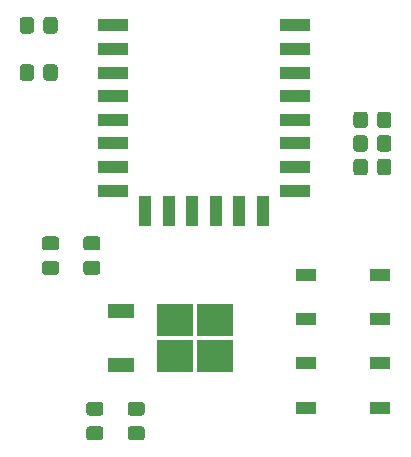
<source format=gtp>
G04 #@! TF.GenerationSoftware,KiCad,Pcbnew,(6.0.5-0)*
G04 #@! TF.CreationDate,2022-06-12T23:19:16+02:00*
G04 #@! TF.ProjectId,ESP8266-Breakout,45535038-3236-4362-9d42-7265616b6f75,1.1*
G04 #@! TF.SameCoordinates,PX2faf080PY2faf080*
G04 #@! TF.FileFunction,Paste,Top*
G04 #@! TF.FilePolarity,Positive*
%FSLAX46Y46*%
G04 Gerber Fmt 4.6, Leading zero omitted, Abs format (unit mm)*
G04 Created by KiCad (PCBNEW (6.0.5-0)) date 2022-06-12 23:19:16*
%MOMM*%
%LPD*%
G01*
G04 APERTURE LIST*
%ADD10R,3.050000X2.750000*%
%ADD11R,2.200000X1.200000*%
%ADD12R,1.700000X1.000000*%
%ADD13R,2.500000X1.100000*%
%ADD14R,1.100000X2.500000*%
G04 APERTURE END LIST*
D10*
G04 #@! TO.C,U1*
X22325000Y-33725000D03*
X22325000Y-36775000D03*
X25675000Y-33725000D03*
X25675000Y-36775000D03*
D11*
X17700000Y-32970000D03*
X17700000Y-37530000D03*
G04 #@! TD*
D12*
G04 #@! TO.C,SW2*
X33350000Y-37350000D03*
X39650000Y-37350000D03*
X39650000Y-41150000D03*
X33350000Y-41150000D03*
G04 #@! TD*
G04 #@! TO.C,SW1*
X33350000Y-29850000D03*
X39650000Y-29850000D03*
X39650000Y-33650000D03*
X33350000Y-33650000D03*
G04 #@! TD*
G04 #@! TO.C,R5*
G36*
G01*
X40600000Y-18300000D02*
X40600000Y-19200000D01*
G75*
G02*
X40350000Y-19450000I-250000J0D01*
G01*
X39650000Y-19450000D01*
G75*
G02*
X39400000Y-19200000I0J250000D01*
G01*
X39400000Y-18300000D01*
G75*
G02*
X39650000Y-18050000I250000J0D01*
G01*
X40350000Y-18050000D01*
G75*
G02*
X40600000Y-18300000I0J-250000D01*
G01*
G37*
G36*
G01*
X38600000Y-18300000D02*
X38600000Y-19200000D01*
G75*
G02*
X38350000Y-19450000I-250000J0D01*
G01*
X37650000Y-19450000D01*
G75*
G02*
X37400000Y-19200000I0J250000D01*
G01*
X37400000Y-18300000D01*
G75*
G02*
X37650000Y-18050000I250000J0D01*
G01*
X38350000Y-18050000D01*
G75*
G02*
X38600000Y-18300000I0J-250000D01*
G01*
G37*
G04 #@! TD*
G04 #@! TO.C,R4*
G36*
G01*
X37400000Y-21200000D02*
X37400000Y-20300000D01*
G75*
G02*
X37650000Y-20050000I250000J0D01*
G01*
X38350000Y-20050000D01*
G75*
G02*
X38600000Y-20300000I0J-250000D01*
G01*
X38600000Y-21200000D01*
G75*
G02*
X38350000Y-21450000I-250000J0D01*
G01*
X37650000Y-21450000D01*
G75*
G02*
X37400000Y-21200000I0J250000D01*
G01*
G37*
G36*
G01*
X39400000Y-21200000D02*
X39400000Y-20300000D01*
G75*
G02*
X39650000Y-20050000I250000J0D01*
G01*
X40350000Y-20050000D01*
G75*
G02*
X40600000Y-20300000I0J-250000D01*
G01*
X40600000Y-21200000D01*
G75*
G02*
X40350000Y-21450000I-250000J0D01*
G01*
X39650000Y-21450000D01*
G75*
G02*
X39400000Y-21200000I0J250000D01*
G01*
G37*
G04 #@! TD*
G04 #@! TO.C,R3*
G36*
G01*
X40600000Y-16300000D02*
X40600000Y-17200000D01*
G75*
G02*
X40350000Y-17450000I-250000J0D01*
G01*
X39650000Y-17450000D01*
G75*
G02*
X39400000Y-17200000I0J250000D01*
G01*
X39400000Y-16300000D01*
G75*
G02*
X39650000Y-16050000I250000J0D01*
G01*
X40350000Y-16050000D01*
G75*
G02*
X40600000Y-16300000I0J-250000D01*
G01*
G37*
G36*
G01*
X38600000Y-16300000D02*
X38600000Y-17200000D01*
G75*
G02*
X38350000Y-17450000I-250000J0D01*
G01*
X37650000Y-17450000D01*
G75*
G02*
X37400000Y-17200000I0J250000D01*
G01*
X37400000Y-16300000D01*
G75*
G02*
X37650000Y-16050000I250000J0D01*
G01*
X38350000Y-16050000D01*
G75*
G02*
X38600000Y-16300000I0J-250000D01*
G01*
G37*
G04 #@! TD*
G04 #@! TO.C,R2*
G36*
G01*
X9150000Y-9200000D02*
X9150000Y-8300000D01*
G75*
G02*
X9400000Y-8050000I250000J0D01*
G01*
X10100000Y-8050000D01*
G75*
G02*
X10350000Y-8300000I0J-250000D01*
G01*
X10350000Y-9200000D01*
G75*
G02*
X10100000Y-9450000I-250000J0D01*
G01*
X9400000Y-9450000D01*
G75*
G02*
X9150000Y-9200000I0J250000D01*
G01*
G37*
G36*
G01*
X11150000Y-9200000D02*
X11150000Y-8300000D01*
G75*
G02*
X11400000Y-8050000I250000J0D01*
G01*
X12100000Y-8050000D01*
G75*
G02*
X12350000Y-8300000I0J-250000D01*
G01*
X12350000Y-9200000D01*
G75*
G02*
X12100000Y-9450000I-250000J0D01*
G01*
X11400000Y-9450000D01*
G75*
G02*
X11150000Y-9200000I0J250000D01*
G01*
G37*
G04 #@! TD*
G04 #@! TO.C,R1*
G36*
G01*
X9150000Y-13200000D02*
X9150000Y-12300000D01*
G75*
G02*
X9400000Y-12050000I250000J0D01*
G01*
X10100000Y-12050000D01*
G75*
G02*
X10350000Y-12300000I0J-250000D01*
G01*
X10350000Y-13200000D01*
G75*
G02*
X10100000Y-13450000I-250000J0D01*
G01*
X9400000Y-13450000D01*
G75*
G02*
X9150000Y-13200000I0J250000D01*
G01*
G37*
G36*
G01*
X11150000Y-13200000D02*
X11150000Y-12300000D01*
G75*
G02*
X11400000Y-12050000I250000J0D01*
G01*
X12100000Y-12050000D01*
G75*
G02*
X12350000Y-12300000I0J-250000D01*
G01*
X12350000Y-13200000D01*
G75*
G02*
X12100000Y-13450000I-250000J0D01*
G01*
X11400000Y-13450000D01*
G75*
G02*
X11150000Y-13200000I0J250000D01*
G01*
G37*
G04 #@! TD*
G04 #@! TO.C,C4*
G36*
G01*
X11275000Y-26625000D02*
X12225000Y-26625000D01*
G75*
G02*
X12475000Y-26875000I0J-250000D01*
G01*
X12475000Y-27550000D01*
G75*
G02*
X12225000Y-27800000I-250000J0D01*
G01*
X11275000Y-27800000D01*
G75*
G02*
X11025000Y-27550000I0J250000D01*
G01*
X11025000Y-26875000D01*
G75*
G02*
X11275000Y-26625000I250000J0D01*
G01*
G37*
G36*
G01*
X11275000Y-28700000D02*
X12225000Y-28700000D01*
G75*
G02*
X12475000Y-28950000I0J-250000D01*
G01*
X12475000Y-29625000D01*
G75*
G02*
X12225000Y-29875000I-250000J0D01*
G01*
X11275000Y-29875000D01*
G75*
G02*
X11025000Y-29625000I0J250000D01*
G01*
X11025000Y-28950000D01*
G75*
G02*
X11275000Y-28700000I250000J0D01*
G01*
G37*
G04 #@! TD*
G04 #@! TO.C,C3*
G36*
G01*
X14775000Y-26625000D02*
X15725000Y-26625000D01*
G75*
G02*
X15975000Y-26875000I0J-250000D01*
G01*
X15975000Y-27550000D01*
G75*
G02*
X15725000Y-27800000I-250000J0D01*
G01*
X14775000Y-27800000D01*
G75*
G02*
X14525000Y-27550000I0J250000D01*
G01*
X14525000Y-26875000D01*
G75*
G02*
X14775000Y-26625000I250000J0D01*
G01*
G37*
G36*
G01*
X14775000Y-28700000D02*
X15725000Y-28700000D01*
G75*
G02*
X15975000Y-28950000I0J-250000D01*
G01*
X15975000Y-29625000D01*
G75*
G02*
X15725000Y-29875000I-250000J0D01*
G01*
X14775000Y-29875000D01*
G75*
G02*
X14525000Y-29625000I0J250000D01*
G01*
X14525000Y-28950000D01*
G75*
G02*
X14775000Y-28700000I250000J0D01*
G01*
G37*
G04 #@! TD*
G04 #@! TO.C,C2*
G36*
G01*
X18525000Y-40625000D02*
X19475000Y-40625000D01*
G75*
G02*
X19725000Y-40875000I0J-250000D01*
G01*
X19725000Y-41550000D01*
G75*
G02*
X19475000Y-41800000I-250000J0D01*
G01*
X18525000Y-41800000D01*
G75*
G02*
X18275000Y-41550000I0J250000D01*
G01*
X18275000Y-40875000D01*
G75*
G02*
X18525000Y-40625000I250000J0D01*
G01*
G37*
G36*
G01*
X18525000Y-42700000D02*
X19475000Y-42700000D01*
G75*
G02*
X19725000Y-42950000I0J-250000D01*
G01*
X19725000Y-43625000D01*
G75*
G02*
X19475000Y-43875000I-250000J0D01*
G01*
X18525000Y-43875000D01*
G75*
G02*
X18275000Y-43625000I0J250000D01*
G01*
X18275000Y-42950000D01*
G75*
G02*
X18525000Y-42700000I250000J0D01*
G01*
G37*
G04 #@! TD*
G04 #@! TO.C,C1*
G36*
G01*
X15025000Y-40625000D02*
X15975000Y-40625000D01*
G75*
G02*
X16225000Y-40875000I0J-250000D01*
G01*
X16225000Y-41550000D01*
G75*
G02*
X15975000Y-41800000I-250000J0D01*
G01*
X15025000Y-41800000D01*
G75*
G02*
X14775000Y-41550000I0J250000D01*
G01*
X14775000Y-40875000D01*
G75*
G02*
X15025000Y-40625000I250000J0D01*
G01*
G37*
G36*
G01*
X15025000Y-42700000D02*
X15975000Y-42700000D01*
G75*
G02*
X16225000Y-42950000I0J-250000D01*
G01*
X16225000Y-43625000D01*
G75*
G02*
X15975000Y-43875000I-250000J0D01*
G01*
X15025000Y-43875000D01*
G75*
G02*
X14775000Y-43625000I0J250000D01*
G01*
X14775000Y-42950000D01*
G75*
G02*
X15025000Y-42700000I250000J0D01*
G01*
G37*
G04 #@! TD*
D13*
G04 #@! TO.C,U2*
X17050000Y-8750000D03*
X17050000Y-10750000D03*
X17050000Y-12750000D03*
X17050000Y-14750000D03*
X17050000Y-16750000D03*
X17050000Y-18750000D03*
X17050000Y-20750000D03*
X17050000Y-22750000D03*
X32450000Y-22750000D03*
X32450000Y-20750000D03*
X32450000Y-18750000D03*
X32450000Y-16750000D03*
X32450000Y-14750000D03*
X32450000Y-12750000D03*
X32450000Y-10750000D03*
X32450000Y-8750000D03*
D14*
X19740000Y-24450000D03*
X21740000Y-24450000D03*
X23740000Y-24450000D03*
X25740000Y-24450000D03*
X27740000Y-24450000D03*
X29740000Y-24450000D03*
G04 #@! TD*
M02*

</source>
